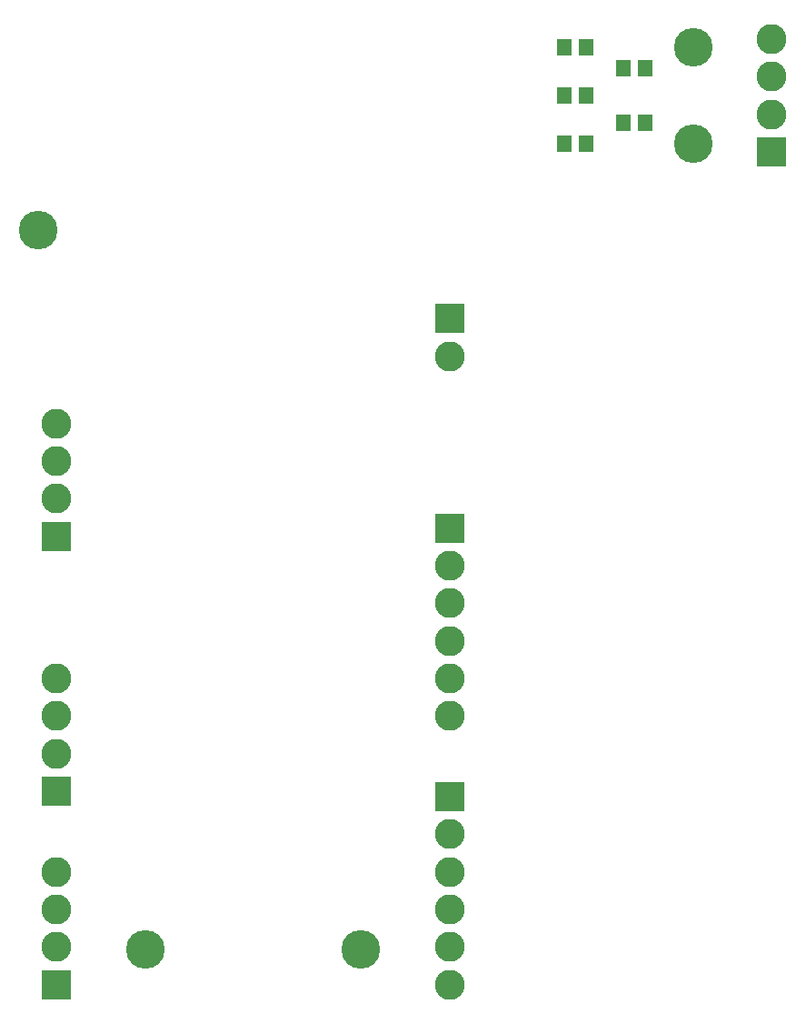
<source format=gbr>
G04 #@! TF.GenerationSoftware,KiCad,Pcbnew,(5.0.0)*
G04 #@! TF.CreationDate,2019-11-27T07:53:08+01:00*
G04 #@! TF.ProjectId,hexagon,68657861676F6E2E6B696361645F7063,rev?*
G04 #@! TF.SameCoordinates,Original*
G04 #@! TF.FileFunction,Soldermask,Bot*
G04 #@! TF.FilePolarity,Negative*
%FSLAX46Y46*%
G04 Gerber Fmt 4.6, Leading zero omitted, Abs format (unit mm)*
G04 Created by KiCad (PCBNEW (5.0.0)) date 11/27/19 07:53:08*
%MOMM*%
%LPD*%
G01*
G04 APERTURE LIST*
%ADD10R,1.400760X1.649680*%
%ADD11C,3.600000*%
%ADD12C,2.800000*%
%ADD13R,2.800000X2.800000*%
G04 APERTURE END LIST*
D10*
G04 #@! TO.C,C5*
X81000760Y-36975000D03*
X78999240Y-36975000D03*
G04 #@! TD*
D11*
G04 #@! TO.C,*
X91000000Y-27975000D03*
G04 #@! TD*
G04 #@! TO.C,*
X91000000Y-36975000D03*
G04 #@! TD*
D10*
G04 #@! TO.C,R1*
X84499240Y-34975000D03*
X86500760Y-34975000D03*
G04 #@! TD*
G04 #@! TO.C,C4*
X81000760Y-27975000D03*
X78999240Y-27975000D03*
G04 #@! TD*
G04 #@! TO.C,R2*
X86500760Y-29975000D03*
X84499240Y-29975000D03*
G04 #@! TD*
G04 #@! TO.C,C2*
X78999240Y-32475000D03*
X81000760Y-32475000D03*
G04 #@! TD*
D12*
G04 #@! TO.C,J5*
X98300000Y-27225000D03*
X98300000Y-30725000D03*
D13*
X98300000Y-37725000D03*
D12*
X98300000Y-34225000D03*
G04 #@! TD*
G04 #@! TO.C,J6*
X31700000Y-69999800D03*
D13*
X31700000Y-73499800D03*
D12*
X31700000Y-66499800D03*
X31700000Y-62999800D03*
G04 #@! TD*
G04 #@! TO.C,J1*
X31700000Y-86750000D03*
X31700000Y-90250000D03*
D13*
X31700000Y-97250000D03*
D12*
X31700000Y-93750000D03*
G04 #@! TD*
G04 #@! TO.C,J2*
X31700000Y-111750000D03*
D13*
X31700000Y-115250000D03*
D12*
X31700000Y-108250000D03*
X31700000Y-104750000D03*
G04 #@! TD*
G04 #@! TO.C,J3*
X68300000Y-90250000D03*
X68300000Y-86750000D03*
X68300000Y-83250000D03*
X68300000Y-79750000D03*
D13*
X68300000Y-72750000D03*
D12*
X68300000Y-76250000D03*
G04 #@! TD*
G04 #@! TO.C,J4*
X68300000Y-101250000D03*
D13*
X68300000Y-97750000D03*
D12*
X68300000Y-104750000D03*
X68300000Y-108250000D03*
X68300000Y-111750000D03*
X68300000Y-115250000D03*
G04 #@! TD*
G04 #@! TO.C,J7*
X68300000Y-56750000D03*
D13*
X68300000Y-53250000D03*
G04 #@! TD*
D11*
G04 #@! TO.C,*
X30000000Y-45000000D03*
G04 #@! TD*
G04 #@! TO.C,*
X60000000Y-112000000D03*
G04 #@! TD*
G04 #@! TO.C,*
X40000000Y-112000000D03*
G04 #@! TD*
M02*

</source>
